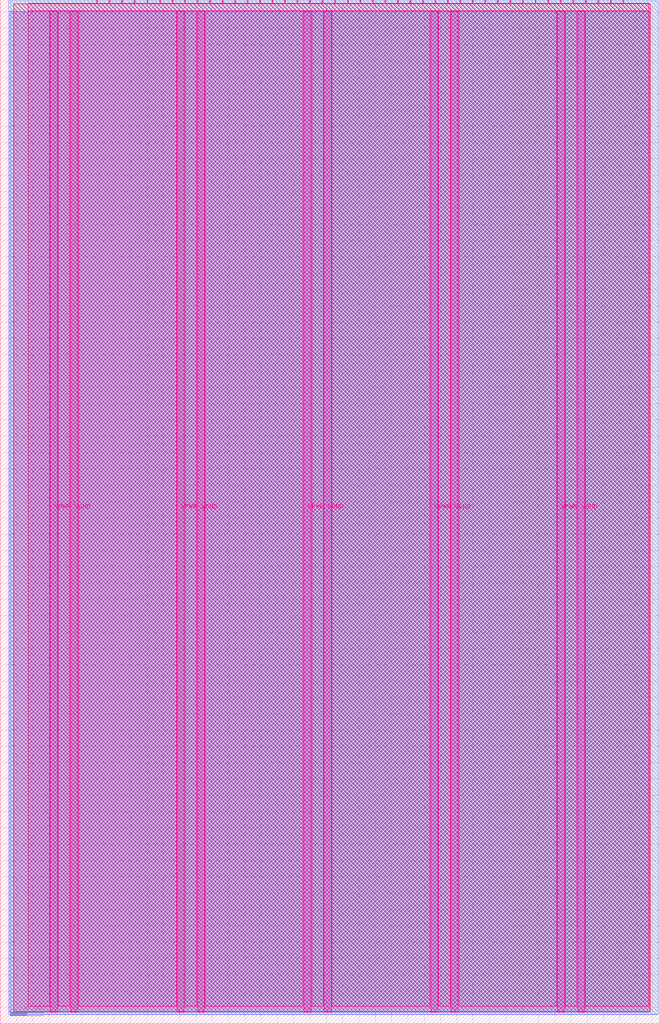
<source format=lef>
VERSION 5.7 ;
  NOWIREEXTENSIONATPIN ON ;
  DIVIDERCHAR "/" ;
  BUSBITCHARS "[]" ;
MACRO tt_um_edwintorok
  CLASS BLOCK ;
  FOREIGN tt_um_edwintorok ;
  ORIGIN 0.000 0.000 ;
  SIZE 202.080 BY 313.740 ;
  PIN VGND
    DIRECTION INOUT ;
    USE GROUND ;
    PORT
      LAYER Metal5 ;
        RECT 21.580 3.560 23.780 310.180 ;
    END
    PORT
      LAYER Metal5 ;
        RECT 60.450 3.560 62.650 310.180 ;
    END
    PORT
      LAYER Metal5 ;
        RECT 99.320 3.560 101.520 310.180 ;
    END
    PORT
      LAYER Metal5 ;
        RECT 138.190 3.560 140.390 310.180 ;
    END
    PORT
      LAYER Metal5 ;
        RECT 177.060 3.560 179.260 310.180 ;
    END
  END VGND
  PIN VPWR
    DIRECTION INOUT ;
    USE POWER ;
    PORT
      LAYER Metal5 ;
        RECT 15.380 3.560 17.580 310.180 ;
    END
    PORT
      LAYER Metal5 ;
        RECT 54.250 3.560 56.450 310.180 ;
    END
    PORT
      LAYER Metal5 ;
        RECT 93.120 3.560 95.320 310.180 ;
    END
    PORT
      LAYER Metal5 ;
        RECT 131.990 3.560 134.190 310.180 ;
    END
    PORT
      LAYER Metal5 ;
        RECT 170.860 3.560 173.060 310.180 ;
    END
  END VPWR
  PIN clk
    DIRECTION INPUT ;
    USE SIGNAL ;
    ANTENNAGATEAREA 0.213200 ;
    PORT
      LAYER Metal5 ;
        RECT 187.050 312.740 187.350 313.740 ;
    END
  END clk
  PIN ena
    DIRECTION INPUT ;
    USE SIGNAL ;
    PORT
      LAYER Metal5 ;
        RECT 190.890 312.740 191.190 313.740 ;
    END
  END ena
  PIN rst_n
    DIRECTION INPUT ;
    USE SIGNAL ;
    ANTENNAGATEAREA 0.314600 ;
    PORT
      LAYER Metal5 ;
        RECT 183.210 312.740 183.510 313.740 ;
    END
  END rst_n
  PIN ui_in[0]
    DIRECTION INPUT ;
    USE SIGNAL ;
    PORT
      LAYER Metal5 ;
        RECT 179.370 312.740 179.670 313.740 ;
    END
  END ui_in[0]
  PIN ui_in[1]
    DIRECTION INPUT ;
    USE SIGNAL ;
    PORT
      LAYER Metal5 ;
        RECT 175.530 312.740 175.830 313.740 ;
    END
  END ui_in[1]
  PIN ui_in[2]
    DIRECTION INPUT ;
    USE SIGNAL ;
    PORT
      LAYER Metal5 ;
        RECT 171.690 312.740 171.990 313.740 ;
    END
  END ui_in[2]
  PIN ui_in[3]
    DIRECTION INPUT ;
    USE SIGNAL ;
    PORT
      LAYER Metal5 ;
        RECT 167.850 312.740 168.150 313.740 ;
    END
  END ui_in[3]
  PIN ui_in[4]
    DIRECTION INPUT ;
    USE SIGNAL ;
    PORT
      LAYER Metal5 ;
        RECT 164.010 312.740 164.310 313.740 ;
    END
  END ui_in[4]
  PIN ui_in[5]
    DIRECTION INPUT ;
    USE SIGNAL ;
    PORT
      LAYER Metal5 ;
        RECT 160.170 312.740 160.470 313.740 ;
    END
  END ui_in[5]
  PIN ui_in[6]
    DIRECTION INPUT ;
    USE SIGNAL ;
    PORT
      LAYER Metal5 ;
        RECT 156.330 312.740 156.630 313.740 ;
    END
  END ui_in[6]
  PIN ui_in[7]
    DIRECTION INPUT ;
    USE SIGNAL ;
    PORT
      LAYER Metal5 ;
        RECT 152.490 312.740 152.790 313.740 ;
    END
  END ui_in[7]
  PIN uio_in[0]
    DIRECTION INPUT ;
    USE SIGNAL ;
    ANTENNAGATEAREA 0.180700 ;
    PORT
      LAYER Metal5 ;
        RECT 148.650 312.740 148.950 313.740 ;
    END
  END uio_in[0]
  PIN uio_in[1]
    DIRECTION INPUT ;
    USE SIGNAL ;
    PORT
      LAYER Metal5 ;
        RECT 144.810 312.740 145.110 313.740 ;
    END
  END uio_in[1]
  PIN uio_in[2]
    DIRECTION INPUT ;
    USE SIGNAL ;
    PORT
      LAYER Metal5 ;
        RECT 140.970 312.740 141.270 313.740 ;
    END
  END uio_in[2]
  PIN uio_in[3]
    DIRECTION INPUT ;
    USE SIGNAL ;
    PORT
      LAYER Metal5 ;
        RECT 137.130 312.740 137.430 313.740 ;
    END
  END uio_in[3]
  PIN uio_in[4]
    DIRECTION INPUT ;
    USE SIGNAL ;
    PORT
      LAYER Metal5 ;
        RECT 133.290 312.740 133.590 313.740 ;
    END
  END uio_in[4]
  PIN uio_in[5]
    DIRECTION INPUT ;
    USE SIGNAL ;
    PORT
      LAYER Metal5 ;
        RECT 129.450 312.740 129.750 313.740 ;
    END
  END uio_in[5]
  PIN uio_in[6]
    DIRECTION INPUT ;
    USE SIGNAL ;
    PORT
      LAYER Metal5 ;
        RECT 125.610 312.740 125.910 313.740 ;
    END
  END uio_in[6]
  PIN uio_in[7]
    DIRECTION INPUT ;
    USE SIGNAL ;
    PORT
      LAYER Metal5 ;
        RECT 121.770 312.740 122.070 313.740 ;
    END
  END uio_in[7]
  PIN uio_oe[0]
    DIRECTION OUTPUT ;
    USE SIGNAL ;
    ANTENNADIFFAREA 0.299200 ;
    PORT
      LAYER Metal5 ;
        RECT 56.490 312.740 56.790 313.740 ;
    END
  END uio_oe[0]
  PIN uio_oe[1]
    DIRECTION OUTPUT ;
    USE SIGNAL ;
    ANTENNADIFFAREA 0.299200 ;
    PORT
      LAYER Metal5 ;
        RECT 52.650 312.740 52.950 313.740 ;
    END
  END uio_oe[1]
  PIN uio_oe[2]
    DIRECTION OUTPUT ;
    USE SIGNAL ;
    ANTENNADIFFAREA 0.299200 ;
    PORT
      LAYER Metal5 ;
        RECT 48.810 312.740 49.110 313.740 ;
    END
  END uio_oe[2]
  PIN uio_oe[3]
    DIRECTION OUTPUT ;
    USE SIGNAL ;
    ANTENNADIFFAREA 0.299200 ;
    PORT
      LAYER Metal5 ;
        RECT 44.970 312.740 45.270 313.740 ;
    END
  END uio_oe[3]
  PIN uio_oe[4]
    DIRECTION OUTPUT ;
    USE SIGNAL ;
    ANTENNADIFFAREA 0.299200 ;
    PORT
      LAYER Metal5 ;
        RECT 41.130 312.740 41.430 313.740 ;
    END
  END uio_oe[4]
  PIN uio_oe[5]
    DIRECTION OUTPUT ;
    USE SIGNAL ;
    ANTENNADIFFAREA 0.299200 ;
    PORT
      LAYER Metal5 ;
        RECT 37.290 312.740 37.590 313.740 ;
    END
  END uio_oe[5]
  PIN uio_oe[6]
    DIRECTION OUTPUT ;
    USE SIGNAL ;
    ANTENNADIFFAREA 0.299200 ;
    PORT
      LAYER Metal5 ;
        RECT 33.450 312.740 33.750 313.740 ;
    END
  END uio_oe[6]
  PIN uio_oe[7]
    DIRECTION OUTPUT ;
    USE SIGNAL ;
    ANTENNADIFFAREA 0.392700 ;
    PORT
      LAYER Metal5 ;
        RECT 29.610 312.740 29.910 313.740 ;
    END
  END uio_oe[7]
  PIN uio_out[0]
    DIRECTION OUTPUT ;
    USE SIGNAL ;
    ANTENNADIFFAREA 0.299200 ;
    PORT
      LAYER Metal5 ;
        RECT 87.210 312.740 87.510 313.740 ;
    END
  END uio_out[0]
  PIN uio_out[1]
    DIRECTION OUTPUT ;
    USE SIGNAL ;
    ANTENNADIFFAREA 0.299200 ;
    PORT
      LAYER Metal5 ;
        RECT 83.370 312.740 83.670 313.740 ;
    END
  END uio_out[1]
  PIN uio_out[2]
    DIRECTION OUTPUT ;
    USE SIGNAL ;
    ANTENNADIFFAREA 0.299200 ;
    PORT
      LAYER Metal5 ;
        RECT 79.530 312.740 79.830 313.740 ;
    END
  END uio_out[2]
  PIN uio_out[3]
    DIRECTION OUTPUT ;
    USE SIGNAL ;
    ANTENNADIFFAREA 0.299200 ;
    PORT
      LAYER Metal5 ;
        RECT 75.690 312.740 75.990 313.740 ;
    END
  END uio_out[3]
  PIN uio_out[4]
    DIRECTION OUTPUT ;
    USE SIGNAL ;
    ANTENNADIFFAREA 0.299200 ;
    PORT
      LAYER Metal5 ;
        RECT 71.850 312.740 72.150 313.740 ;
    END
  END uio_out[4]
  PIN uio_out[5]
    DIRECTION OUTPUT ;
    USE SIGNAL ;
    ANTENNADIFFAREA 0.299200 ;
    PORT
      LAYER Metal5 ;
        RECT 68.010 312.740 68.310 313.740 ;
    END
  END uio_out[5]
  PIN uio_out[6]
    DIRECTION OUTPUT ;
    USE SIGNAL ;
    ANTENNADIFFAREA 0.299200 ;
    PORT
      LAYER Metal5 ;
        RECT 64.170 312.740 64.470 313.740 ;
    END
  END uio_out[6]
  PIN uio_out[7]
    DIRECTION OUTPUT ;
    USE SIGNAL ;
    ANTENNADIFFAREA 0.706800 ;
    PORT
      LAYER Metal5 ;
        RECT 60.330 312.740 60.630 313.740 ;
    END
  END uio_out[7]
  PIN uo_out[0]
    DIRECTION OUTPUT ;
    USE SIGNAL ;
    ANTENNADIFFAREA 0.632400 ;
    PORT
      LAYER Metal5 ;
        RECT 117.930 312.740 118.230 313.740 ;
    END
  END uo_out[0]
  PIN uo_out[1]
    DIRECTION OUTPUT ;
    USE SIGNAL ;
    ANTENNADIFFAREA 0.632400 ;
    PORT
      LAYER Metal5 ;
        RECT 114.090 312.740 114.390 313.740 ;
    END
  END uo_out[1]
  PIN uo_out[2]
    DIRECTION OUTPUT ;
    USE SIGNAL ;
    ANTENNADIFFAREA 0.632400 ;
    PORT
      LAYER Metal5 ;
        RECT 110.250 312.740 110.550 313.740 ;
    END
  END uo_out[2]
  PIN uo_out[3]
    DIRECTION OUTPUT ;
    USE SIGNAL ;
    ANTENNADIFFAREA 0.654800 ;
    PORT
      LAYER Metal5 ;
        RECT 106.410 312.740 106.710 313.740 ;
    END
  END uo_out[3]
  PIN uo_out[4]
    DIRECTION OUTPUT ;
    USE SIGNAL ;
    ANTENNADIFFAREA 0.632400 ;
    PORT
      LAYER Metal5 ;
        RECT 102.570 312.740 102.870 313.740 ;
    END
  END uo_out[4]
  PIN uo_out[5]
    DIRECTION OUTPUT ;
    USE SIGNAL ;
    ANTENNADIFFAREA 0.632400 ;
    PORT
      LAYER Metal5 ;
        RECT 98.730 312.740 99.030 313.740 ;
    END
  END uo_out[5]
  PIN uo_out[6]
    DIRECTION OUTPUT ;
    USE SIGNAL ;
    ANTENNADIFFAREA 0.632400 ;
    PORT
      LAYER Metal5 ;
        RECT 94.890 312.740 95.190 313.740 ;
    END
  END uo_out[6]
  PIN uo_out[7]
    DIRECTION OUTPUT ;
    USE SIGNAL ;
    ANTENNADIFFAREA 0.654800 ;
    PORT
      LAYER Metal5 ;
        RECT 91.050 312.740 91.350 313.740 ;
    END
  END uo_out[7]
  OBS
      LAYER GatPoly ;
        RECT 2.880 3.630 199.200 310.110 ;
      LAYER Metal1 ;
        RECT 2.880 3.560 199.200 310.180 ;
      LAYER Metal2 ;
        RECT 2.605 2.840 201.745 313.420 ;
      LAYER Metal3 ;
        RECT 3.260 2.795 201.700 313.465 ;
      LAYER Metal4 ;
        RECT 4.175 3.680 199.345 312.580 ;
      LAYER Metal5 ;
        RECT 8.540 312.530 29.400 312.740 ;
        RECT 30.120 312.530 33.240 312.740 ;
        RECT 33.960 312.530 37.080 312.740 ;
        RECT 37.800 312.530 40.920 312.740 ;
        RECT 41.640 312.530 44.760 312.740 ;
        RECT 45.480 312.530 48.600 312.740 ;
        RECT 49.320 312.530 52.440 312.740 ;
        RECT 53.160 312.530 56.280 312.740 ;
        RECT 57.000 312.530 60.120 312.740 ;
        RECT 60.840 312.530 63.960 312.740 ;
        RECT 64.680 312.530 67.800 312.740 ;
        RECT 68.520 312.530 71.640 312.740 ;
        RECT 72.360 312.530 75.480 312.740 ;
        RECT 76.200 312.530 79.320 312.740 ;
        RECT 80.040 312.530 83.160 312.740 ;
        RECT 83.880 312.530 87.000 312.740 ;
        RECT 87.720 312.530 90.840 312.740 ;
        RECT 91.560 312.530 94.680 312.740 ;
        RECT 95.400 312.530 98.520 312.740 ;
        RECT 99.240 312.530 102.360 312.740 ;
        RECT 103.080 312.530 106.200 312.740 ;
        RECT 106.920 312.530 110.040 312.740 ;
        RECT 110.760 312.530 113.880 312.740 ;
        RECT 114.600 312.530 117.720 312.740 ;
        RECT 118.440 312.530 121.560 312.740 ;
        RECT 122.280 312.530 125.400 312.740 ;
        RECT 126.120 312.530 129.240 312.740 ;
        RECT 129.960 312.530 133.080 312.740 ;
        RECT 133.800 312.530 136.920 312.740 ;
        RECT 137.640 312.530 140.760 312.740 ;
        RECT 141.480 312.530 144.600 312.740 ;
        RECT 145.320 312.530 148.440 312.740 ;
        RECT 149.160 312.530 152.280 312.740 ;
        RECT 153.000 312.530 156.120 312.740 ;
        RECT 156.840 312.530 159.960 312.740 ;
        RECT 160.680 312.530 163.800 312.740 ;
        RECT 164.520 312.530 167.640 312.740 ;
        RECT 168.360 312.530 171.480 312.740 ;
        RECT 172.200 312.530 175.320 312.740 ;
        RECT 176.040 312.530 179.160 312.740 ;
        RECT 179.880 312.530 183.000 312.740 ;
        RECT 183.720 312.530 186.840 312.740 ;
        RECT 187.560 312.530 190.680 312.740 ;
        RECT 191.400 312.530 198.820 312.740 ;
        RECT 8.540 310.390 198.820 312.530 ;
        RECT 8.540 5.315 15.170 310.390 ;
        RECT 17.790 5.315 21.370 310.390 ;
        RECT 23.990 5.315 54.040 310.390 ;
        RECT 56.660 5.315 60.240 310.390 ;
        RECT 62.860 5.315 92.910 310.390 ;
        RECT 95.530 5.315 99.110 310.390 ;
        RECT 101.730 5.315 131.780 310.390 ;
        RECT 134.400 5.315 137.980 310.390 ;
        RECT 140.600 5.315 170.650 310.390 ;
        RECT 173.270 5.315 176.850 310.390 ;
        RECT 179.470 5.315 198.820 310.390 ;
  END
END tt_um_edwintorok
END LIBRARY


</source>
